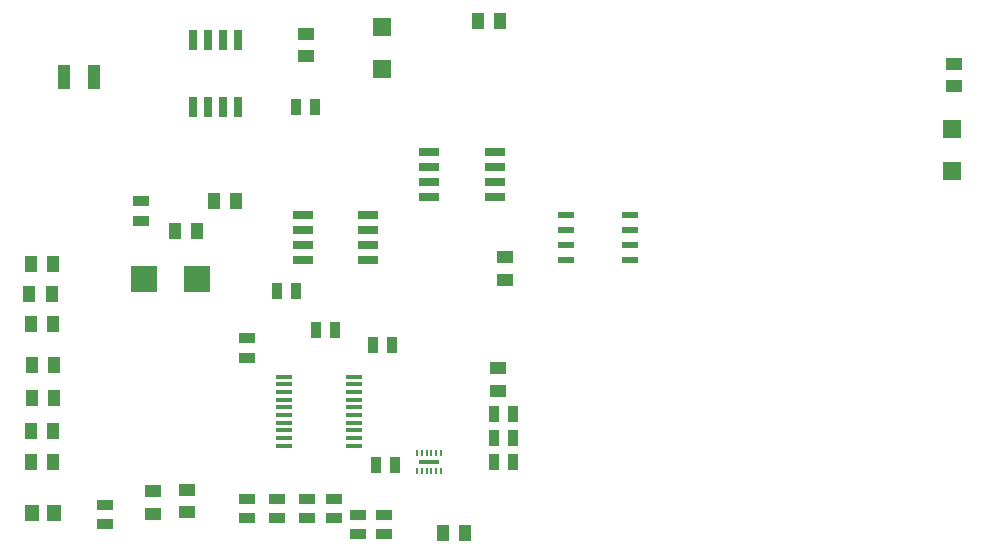
<source format=gtp>
G04*
G04 #@! TF.GenerationSoftware,Altium Limited,Altium Designer,18.1.9 (240)*
G04*
G04 Layer_Color=8421504*
%FSLAX25Y25*%
%MOIN*%
G70*
G01*
G75*
%ADD18R,0.06890X0.03150*%
%ADD19R,0.05512X0.01378*%
%ADD20R,0.00787X0.02362*%
%ADD21R,0.07087X0.01575*%
%ADD22R,0.03600X0.05700*%
%ADD23R,0.04000X0.05500*%
%ADD24R,0.05500X0.04000*%
%ADD25R,0.05906X0.05906*%
%ADD26R,0.05700X0.03600*%
%ADD27R,0.04331X0.07874*%
%ADD28R,0.06890X0.02559*%
%ADD29R,0.02559X0.06890*%
%ADD30R,0.09055X0.09055*%
%ADD31R,0.04724X0.05512*%
%ADD32R,0.05709X0.02362*%
D18*
X259827Y391000D02*
D03*
Y396000D02*
D03*
Y401000D02*
D03*
Y406000D02*
D03*
X238173Y391000D02*
D03*
Y396000D02*
D03*
Y401000D02*
D03*
Y406000D02*
D03*
D19*
X255114Y328909D02*
D03*
Y331469D02*
D03*
Y334028D02*
D03*
Y336587D02*
D03*
Y339146D02*
D03*
Y341705D02*
D03*
Y344264D02*
D03*
Y346823D02*
D03*
Y349382D02*
D03*
Y351941D02*
D03*
X231886Y328909D02*
D03*
Y331469D02*
D03*
Y334028D02*
D03*
Y336587D02*
D03*
Y339146D02*
D03*
Y341705D02*
D03*
Y344264D02*
D03*
Y346823D02*
D03*
Y349382D02*
D03*
Y351941D02*
D03*
D20*
X282425Y320500D02*
D03*
X284000D02*
D03*
X280850D02*
D03*
X279276D02*
D03*
X277701D02*
D03*
X276126D02*
D03*
Y326406D02*
D03*
X277701D02*
D03*
X279276D02*
D03*
X280850D02*
D03*
X284000D02*
D03*
X282425D02*
D03*
D21*
X280083Y323437D02*
D03*
D22*
X308200Y339500D02*
D03*
X301800D02*
D03*
X308200Y331500D02*
D03*
X301800D02*
D03*
X308200Y323500D02*
D03*
X301800D02*
D03*
X268700Y322500D02*
D03*
X262300D02*
D03*
X242300Y367500D02*
D03*
X248700D02*
D03*
X235700Y380500D02*
D03*
X229300D02*
D03*
X235800Y441976D02*
D03*
X242200D02*
D03*
X261300Y362500D02*
D03*
X267700D02*
D03*
D23*
X303700Y470500D02*
D03*
X296300D02*
D03*
X284800Y300000D02*
D03*
X292200D02*
D03*
X154700Y323500D02*
D03*
X147300D02*
D03*
X154700Y334000D02*
D03*
X147300D02*
D03*
X155200Y345000D02*
D03*
X147800D02*
D03*
X155100Y356000D02*
D03*
X147700D02*
D03*
X154700Y369500D02*
D03*
X147300D02*
D03*
X154300Y379500D02*
D03*
X146900D02*
D03*
X208300Y410500D02*
D03*
X215700D02*
D03*
X195261Y400500D02*
D03*
X202661D02*
D03*
X147300Y389500D02*
D03*
X154700D02*
D03*
D24*
X455000Y448800D02*
D03*
Y456200D02*
D03*
X188000Y313700D02*
D03*
Y306300D02*
D03*
X239000Y458800D02*
D03*
Y466200D02*
D03*
X305500Y384300D02*
D03*
Y391700D02*
D03*
X303000Y347300D02*
D03*
Y354700D02*
D03*
X199500Y314200D02*
D03*
Y306800D02*
D03*
D25*
X454500Y420610D02*
D03*
Y434390D02*
D03*
X264500Y468390D02*
D03*
Y454610D02*
D03*
D26*
X265000Y306000D02*
D03*
Y299600D02*
D03*
X256500Y306000D02*
D03*
Y299600D02*
D03*
X248500Y311200D02*
D03*
Y304800D02*
D03*
X239500Y311200D02*
D03*
Y304800D02*
D03*
X229500Y311200D02*
D03*
Y304800D02*
D03*
X219500Y311200D02*
D03*
Y304800D02*
D03*
X184000Y404000D02*
D03*
Y410400D02*
D03*
X172000Y302800D02*
D03*
Y309200D02*
D03*
X219500Y364700D02*
D03*
Y358300D02*
D03*
D27*
X168500Y452000D02*
D03*
X158500D02*
D03*
D28*
X279976Y427000D02*
D03*
Y422000D02*
D03*
Y417000D02*
D03*
Y412000D02*
D03*
X302024Y427000D02*
D03*
Y422000D02*
D03*
Y417000D02*
D03*
Y412000D02*
D03*
D29*
X201500Y441976D02*
D03*
X206500D02*
D03*
X211500D02*
D03*
X216500D02*
D03*
X201500Y464024D02*
D03*
X206500D02*
D03*
X211500D02*
D03*
X216500D02*
D03*
D30*
X202858Y384500D02*
D03*
X185142D02*
D03*
D31*
X147857Y306500D02*
D03*
X154943D02*
D03*
D32*
X347228Y391000D02*
D03*
Y396000D02*
D03*
Y401000D02*
D03*
Y406000D02*
D03*
X325772Y391000D02*
D03*
Y396000D02*
D03*
Y401000D02*
D03*
Y406000D02*
D03*
M02*

</source>
